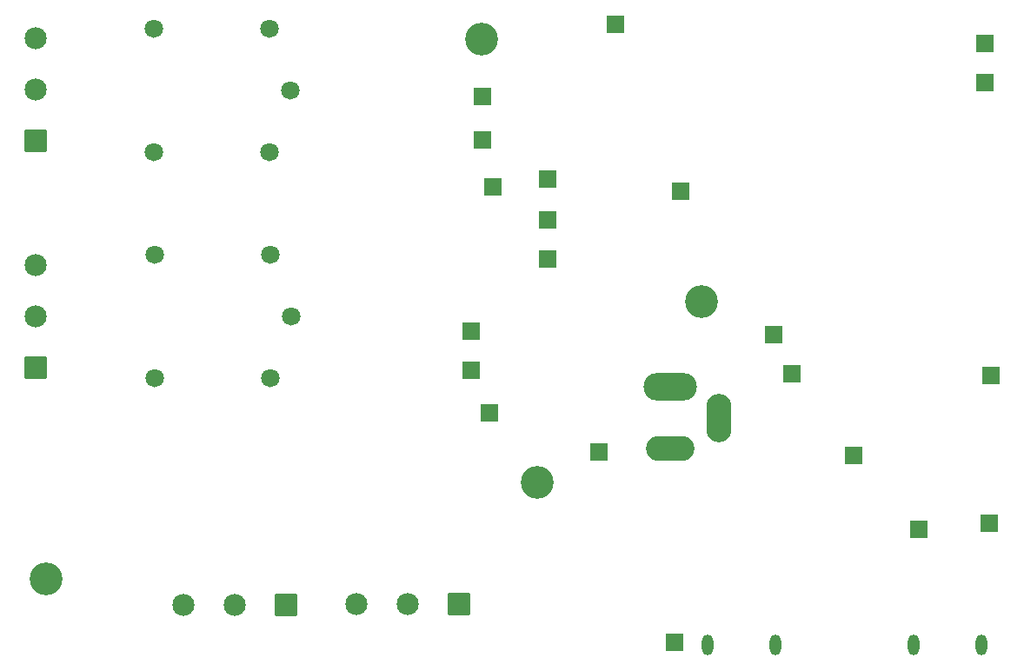
<source format=gbr>
%TF.GenerationSoftware,KiCad,Pcbnew,7.0.9*%
%TF.CreationDate,2024-03-19T15:39:07-05:00*%
%TF.ProjectId,Humidifier Subsystem,48756d69-6469-4666-9965-722053756273,rev?*%
%TF.SameCoordinates,Original*%
%TF.FileFunction,Soldermask,Bot*%
%TF.FilePolarity,Negative*%
%FSLAX46Y46*%
G04 Gerber Fmt 4.6, Leading zero omitted, Abs format (unit mm)*
G04 Created by KiCad (PCBNEW 7.0.9) date 2024-03-19 15:39:07*
%MOMM*%
%LPD*%
G01*
G04 APERTURE LIST*
G04 Aperture macros list*
%AMRoundRect*
0 Rectangle with rounded corners*
0 $1 Rounding radius*
0 $2 $3 $4 $5 $6 $7 $8 $9 X,Y pos of 4 corners*
0 Add a 4 corners polygon primitive as box body*
4,1,4,$2,$3,$4,$5,$6,$7,$8,$9,$2,$3,0*
0 Add four circle primitives for the rounded corners*
1,1,$1+$1,$2,$3*
1,1,$1+$1,$4,$5*
1,1,$1+$1,$6,$7*
1,1,$1+$1,$8,$9*
0 Add four rect primitives between the rounded corners*
20,1,$1+$1,$2,$3,$4,$5,0*
20,1,$1+$1,$4,$5,$6,$7,0*
20,1,$1+$1,$6,$7,$8,$9,0*
20,1,$1+$1,$8,$9,$2,$3,0*%
G04 Aperture macros list end*
%ADD10RoundRect,0.102000X0.975000X0.975000X-0.975000X0.975000X-0.975000X-0.975000X0.975000X-0.975000X0*%
%ADD11C,2.154000*%
%ADD12R,1.700000X1.700000*%
%ADD13C,1.808000*%
%ADD14O,5.204000X2.704000*%
%ADD15O,4.704000X2.454000*%
%ADD16O,2.454000X4.704000*%
%ADD17O,1.104000X2.004000*%
%ADD18C,3.200000*%
%ADD19RoundRect,0.102000X0.975000X-0.975000X0.975000X0.975000X-0.975000X0.975000X-0.975000X-0.975000X0*%
G04 APERTURE END LIST*
D10*
%TO.C,J4*%
X89400000Y-119400000D03*
D11*
X84400000Y-119400000D03*
X79400000Y-119400000D03*
%TD*%
D12*
%TO.C,J19*%
X140600000Y-68600000D03*
%TD*%
%TO.C,J25*%
X127800000Y-105000000D03*
%TD*%
D10*
%TO.C,J5*%
X72547500Y-119500000D03*
D11*
X67547500Y-119500000D03*
X62547500Y-119500000D03*
%TD*%
D12*
%TO.C,J20*%
X110400000Y-123200000D03*
%TD*%
D13*
%TO.C,K1*%
X73032651Y-91435000D03*
X71032649Y-85435001D03*
X59732654Y-85435001D03*
X59732654Y-97434999D03*
X71032649Y-97434999D03*
%TD*%
D14*
%TO.C,J1*%
X110000000Y-98300000D03*
D15*
X110000000Y-104300000D03*
D16*
X114700000Y-101300000D03*
%TD*%
D12*
%TO.C,J16*%
X141200000Y-97200000D03*
%TD*%
D17*
%TO.C,J2*%
X133700000Y-123400000D03*
X140300000Y-123400000D03*
%TD*%
D12*
%TO.C,J14*%
X98000000Y-82000000D03*
%TD*%
%TO.C,J8*%
X103000000Y-104600000D03*
%TD*%
%TO.C,J22*%
X134200000Y-112200000D03*
%TD*%
D18*
%TO.C,H4*%
X97000000Y-107600000D03*
%TD*%
D12*
%TO.C,J29*%
X91650002Y-74200000D03*
%TD*%
D17*
%TO.C,J3*%
X113600000Y-123400000D03*
X120200000Y-123400000D03*
%TD*%
D12*
%TO.C,J17*%
X121800000Y-97000000D03*
%TD*%
%TO.C,J11*%
X98000000Y-78050000D03*
%TD*%
%TO.C,J28*%
X90532654Y-96635001D03*
%TD*%
%TO.C,J24*%
X120000000Y-93200000D03*
%TD*%
%TO.C,J27*%
X92332654Y-100835001D03*
%TD*%
D19*
%TO.C,J6*%
X48132654Y-96435001D03*
D11*
X48132654Y-91435001D03*
X48132654Y-86435001D03*
%TD*%
D12*
%TO.C,J13*%
X104600000Y-63000000D03*
%TD*%
D19*
%TO.C,J7*%
X48150002Y-74347500D03*
D11*
X48150002Y-69347500D03*
X48150002Y-64347500D03*
%TD*%
D12*
%TO.C,J9*%
X90532654Y-92835001D03*
%TD*%
D13*
%TO.C,K2*%
X72950000Y-69400000D03*
X70949998Y-63400001D03*
X59650003Y-63400001D03*
X59650003Y-75399999D03*
X70949998Y-75399999D03*
%TD*%
D12*
%TO.C,J18*%
X140600000Y-64800000D03*
%TD*%
D18*
%TO.C,H2*%
X49200000Y-117000000D03*
%TD*%
%TO.C,H1*%
X91600000Y-64400000D03*
%TD*%
D12*
%TO.C,J26*%
X92650002Y-78800000D03*
%TD*%
%TO.C,J15*%
X98000000Y-85800000D03*
%TD*%
%TO.C,J10*%
X91650002Y-70000000D03*
%TD*%
%TO.C,J23*%
X141000000Y-111600000D03*
%TD*%
%TO.C,J12*%
X111000000Y-79200000D03*
%TD*%
D18*
%TO.C,H3*%
X113000000Y-90000000D03*
%TD*%
M02*

</source>
